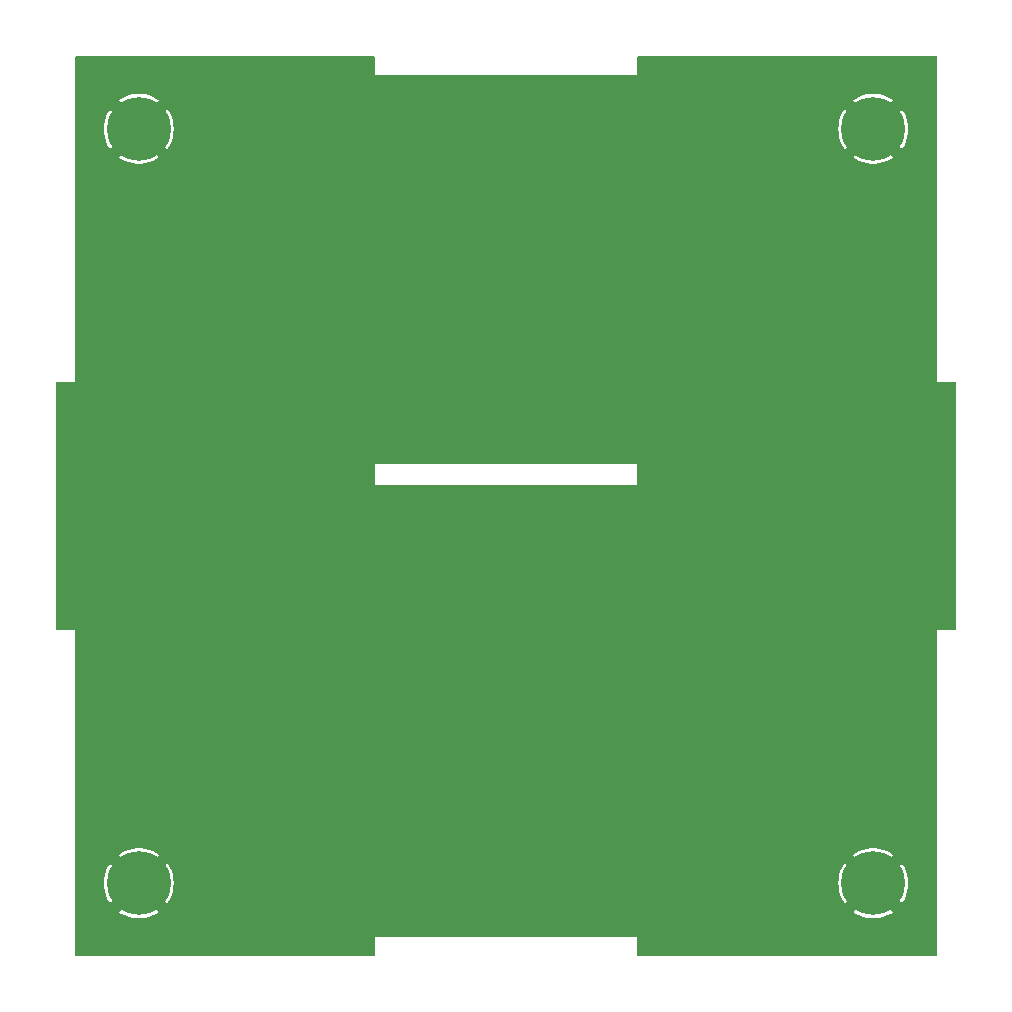
<source format=gbr>
%TF.GenerationSoftware,KiCad,Pcbnew,7.0.5-0*%
%TF.CreationDate,2024-04-21T20:06:43-04:00*%
%TF.ProjectId,swr_meter_left,7377725f-6d65-4746-9572-5f6c6566742e,rev?*%
%TF.SameCoordinates,Original*%
%TF.FileFunction,Copper,L1,Top*%
%TF.FilePolarity,Positive*%
%FSLAX46Y46*%
G04 Gerber Fmt 4.6, Leading zero omitted, Abs format (unit mm)*
G04 Created by KiCad (PCBNEW 7.0.5-0) date 2024-04-21 20:06:43*
%MOMM*%
%LPD*%
G01*
G04 APERTURE LIST*
%TA.AperFunction,ComponentPad*%
%ADD10C,5.400000*%
%TD*%
G04 APERTURE END LIST*
D10*
%TO.P,H13,1,1*%
%TO.N,GND*%
X167595996Y-29969997D03*
%TD*%
%TO.P,H1,1,1*%
%TO.N,GND*%
X105403996Y-29969997D03*
%TD*%
%TO.P,H2,1,1*%
%TO.N,GND*%
X105403996Y-93839997D03*
%TD*%
%TO.P,H14,1,1*%
%TO.N,GND*%
X167595996Y-93839997D03*
%TD*%
%TA.AperFunction,Conductor*%
%TO.N,GND*%
G36*
X125358025Y-23819712D02*
G01*
X125394570Y-23870012D01*
X125399494Y-23901099D01*
X125399494Y-25380078D01*
X125399418Y-25380461D01*
X125399452Y-25400001D01*
X125399529Y-25400185D01*
X125399611Y-25400385D01*
X125399991Y-25400542D01*
X125399993Y-25400541D01*
X125399994Y-25400542D01*
X125399994Y-25400541D01*
X125419964Y-25400528D01*
X125420100Y-25400501D01*
X147579887Y-25400501D01*
X147580022Y-25400528D01*
X147580023Y-25400528D01*
X147599992Y-25400541D01*
X147599993Y-25400542D01*
X147599993Y-25400541D01*
X147599995Y-25400542D01*
X147600375Y-25400385D01*
X147600375Y-25400384D01*
X147600376Y-25400384D01*
X147600493Y-25400100D01*
X147600534Y-25400001D01*
X147600568Y-25380461D01*
X147600493Y-25380078D01*
X147600493Y-23901099D01*
X147619706Y-23841968D01*
X147670006Y-23805423D01*
X147701093Y-23800499D01*
X172898893Y-23800499D01*
X172958024Y-23819712D01*
X172994569Y-23870012D01*
X172999493Y-23901099D01*
X172999493Y-51380078D01*
X172999417Y-51380461D01*
X172999451Y-51400001D01*
X172999528Y-51400185D01*
X172999610Y-51400385D01*
X172999990Y-51400542D01*
X172999992Y-51400541D01*
X172999993Y-51400542D01*
X172999993Y-51400541D01*
X173019963Y-51400528D01*
X173020099Y-51400501D01*
X174536895Y-51400501D01*
X174596026Y-51419714D01*
X174632571Y-51470014D01*
X174637495Y-51501101D01*
X174637495Y-72298901D01*
X174618282Y-72358032D01*
X174567982Y-72394577D01*
X174536895Y-72399501D01*
X173020099Y-72399501D01*
X173019893Y-72399460D01*
X172999990Y-72399460D01*
X172999872Y-72399509D01*
X172999610Y-72399616D01*
X172999609Y-72399617D01*
X172999451Y-72399998D01*
X172999466Y-72419971D01*
X172999493Y-72420107D01*
X172999493Y-99898900D01*
X172980280Y-99958031D01*
X172929980Y-99994576D01*
X172898893Y-99999500D01*
X147701093Y-99999500D01*
X147641962Y-99980287D01*
X147605417Y-99929987D01*
X147600493Y-99898900D01*
X147600493Y-98420107D01*
X147600519Y-98419971D01*
X147600534Y-98399998D01*
X147600376Y-98399617D01*
X147600113Y-98399509D01*
X147599995Y-98399460D01*
X147580093Y-98399460D01*
X147579887Y-98399501D01*
X125420100Y-98399501D01*
X125419894Y-98399460D01*
X125399991Y-98399460D01*
X125399873Y-98399509D01*
X125399611Y-98399616D01*
X125399610Y-98399617D01*
X125399452Y-98399998D01*
X125399467Y-98419971D01*
X125399493Y-98420107D01*
X125399494Y-99898900D01*
X125380281Y-99958031D01*
X125329981Y-99994576D01*
X125298894Y-99999500D01*
X100101100Y-99999500D01*
X100041969Y-99980287D01*
X100005424Y-99929987D01*
X100000500Y-99898900D01*
X100000500Y-93839996D01*
X102444990Y-93839996D01*
X102464997Y-94183511D01*
X102524750Y-94522392D01*
X102623441Y-94852042D01*
X102759730Y-95167992D01*
X102759732Y-95167998D01*
X102931780Y-95465993D01*
X102986319Y-95539251D01*
X104159668Y-94365901D01*
X104230396Y-94517575D01*
X104365886Y-94711075D01*
X104532918Y-94878107D01*
X104726418Y-95013597D01*
X104878089Y-95084323D01*
X103704520Y-96257892D01*
X103704519Y-96257892D01*
X103924496Y-96402573D01*
X104231986Y-96557000D01*
X104232002Y-96557007D01*
X104555335Y-96674691D01*
X104555351Y-96674695D01*
X104890163Y-96754047D01*
X104890172Y-96754049D01*
X105231943Y-96793997D01*
X105576049Y-96793997D01*
X105917819Y-96754049D01*
X105917828Y-96754047D01*
X106252640Y-96674695D01*
X106252656Y-96674691D01*
X106575989Y-96557007D01*
X106576005Y-96557000D01*
X106883495Y-96402573D01*
X107103470Y-96257892D01*
X105929901Y-95084323D01*
X106081574Y-95013597D01*
X106275074Y-94878107D01*
X106442106Y-94711075D01*
X106577596Y-94517576D01*
X106648322Y-94365902D01*
X107821671Y-95539251D01*
X107876207Y-95465999D01*
X108048259Y-95167998D01*
X108048261Y-95167992D01*
X108184550Y-94852042D01*
X108283241Y-94522392D01*
X108342994Y-94183511D01*
X108363001Y-93839997D01*
X164636990Y-93839997D01*
X164656997Y-94183511D01*
X164716750Y-94522392D01*
X164815441Y-94852042D01*
X164951730Y-95167992D01*
X164951732Y-95167998D01*
X165123780Y-95465993D01*
X165178319Y-95539251D01*
X166351669Y-94365901D01*
X166422396Y-94517575D01*
X166557886Y-94711075D01*
X166724918Y-94878107D01*
X166918418Y-95013597D01*
X167070089Y-95084323D01*
X165896520Y-96257892D01*
X165896519Y-96257892D01*
X166116496Y-96402573D01*
X166423986Y-96557000D01*
X166424002Y-96557007D01*
X166747335Y-96674691D01*
X166747351Y-96674695D01*
X167082163Y-96754047D01*
X167082172Y-96754049D01*
X167423943Y-96793997D01*
X167768049Y-96793997D01*
X168109819Y-96754049D01*
X168109828Y-96754047D01*
X168444640Y-96674695D01*
X168444656Y-96674691D01*
X168767989Y-96557007D01*
X168768005Y-96557000D01*
X169075495Y-96402573D01*
X169295470Y-96257892D01*
X168121901Y-95084323D01*
X168273574Y-95013597D01*
X168467074Y-94878107D01*
X168634106Y-94711075D01*
X168769596Y-94517576D01*
X168840322Y-94365902D01*
X170013671Y-95539251D01*
X170068207Y-95465999D01*
X170240259Y-95167998D01*
X170240261Y-95167992D01*
X170376550Y-94852042D01*
X170475241Y-94522392D01*
X170534994Y-94183511D01*
X170555001Y-93839996D01*
X170534994Y-93496482D01*
X170475241Y-93157601D01*
X170376550Y-92827951D01*
X170240261Y-92512001D01*
X170240259Y-92511995D01*
X170068211Y-92214000D01*
X170013671Y-92140741D01*
X168840321Y-93314090D01*
X168769596Y-93162419D01*
X168634106Y-92968919D01*
X168467074Y-92801887D01*
X168273574Y-92666397D01*
X168121900Y-92595669D01*
X169295470Y-91422100D01*
X169295471Y-91422100D01*
X169075495Y-91277420D01*
X168768005Y-91122993D01*
X168767989Y-91122986D01*
X168444656Y-91005302D01*
X168444640Y-91005298D01*
X168109828Y-90925946D01*
X168109819Y-90925944D01*
X167768049Y-90885997D01*
X167423943Y-90885997D01*
X167082172Y-90925944D01*
X167082163Y-90925946D01*
X166747351Y-91005298D01*
X166747335Y-91005302D01*
X166424002Y-91122986D01*
X166423986Y-91122993D01*
X166116494Y-91277421D01*
X166116489Y-91277424D01*
X165896520Y-91422099D01*
X167070090Y-92595670D01*
X166918418Y-92666397D01*
X166724918Y-92801887D01*
X166557886Y-92968919D01*
X166422396Y-93162418D01*
X166351669Y-93314090D01*
X165178319Y-92140741D01*
X165123780Y-92214000D01*
X164951732Y-92511995D01*
X164951730Y-92512001D01*
X164815441Y-92827951D01*
X164716750Y-93157601D01*
X164656997Y-93496482D01*
X164636990Y-93839997D01*
X108363001Y-93839997D01*
X108342994Y-93496482D01*
X108283241Y-93157601D01*
X108184550Y-92827951D01*
X108048261Y-92512001D01*
X108048259Y-92511995D01*
X107876211Y-92214000D01*
X107821671Y-92140741D01*
X106648321Y-93314090D01*
X106577596Y-93162419D01*
X106442106Y-92968919D01*
X106275074Y-92801887D01*
X106081574Y-92666397D01*
X105929900Y-92595669D01*
X107103470Y-91422100D01*
X107103471Y-91422100D01*
X106883495Y-91277420D01*
X106576005Y-91122993D01*
X106575989Y-91122986D01*
X106252656Y-91005302D01*
X106252640Y-91005298D01*
X105917828Y-90925946D01*
X105917819Y-90925944D01*
X105576049Y-90885997D01*
X105231943Y-90885997D01*
X104890172Y-90925944D01*
X104890163Y-90925946D01*
X104555351Y-91005298D01*
X104555335Y-91005302D01*
X104232002Y-91122986D01*
X104231986Y-91122993D01*
X103924494Y-91277421D01*
X103924489Y-91277424D01*
X103704520Y-91422099D01*
X103704520Y-91422100D01*
X104878090Y-92595670D01*
X104726418Y-92666397D01*
X104532918Y-92801887D01*
X104365886Y-92968919D01*
X104230396Y-93162418D01*
X104159669Y-93314091D01*
X102986319Y-92140741D01*
X102931780Y-92214000D01*
X102759732Y-92511995D01*
X102759730Y-92512001D01*
X102623441Y-92827951D01*
X102524750Y-93157601D01*
X102464997Y-93496482D01*
X102444990Y-93839996D01*
X100000500Y-93839996D01*
X100000500Y-72420107D01*
X100000526Y-72419971D01*
X100000541Y-72399998D01*
X100000383Y-72399617D01*
X100000120Y-72399509D01*
X100000002Y-72399460D01*
X99980100Y-72399460D01*
X99979894Y-72399501D01*
X98501094Y-72399501D01*
X98441963Y-72380288D01*
X98405418Y-72329988D01*
X98400494Y-72298901D01*
X98400494Y-60080457D01*
X125399420Y-60080457D01*
X125399454Y-60099997D01*
X125399531Y-60100181D01*
X125399613Y-60100381D01*
X125399993Y-60100538D01*
X125399995Y-60100537D01*
X125399996Y-60100538D01*
X125399996Y-60100537D01*
X125419966Y-60100524D01*
X125420102Y-60100497D01*
X147579890Y-60100497D01*
X147580025Y-60100524D01*
X147580026Y-60100524D01*
X147599995Y-60100537D01*
X147599996Y-60100538D01*
X147599996Y-60100537D01*
X147599998Y-60100538D01*
X147600378Y-60100381D01*
X147600378Y-60100380D01*
X147600379Y-60100380D01*
X147600496Y-60100096D01*
X147600537Y-60099997D01*
X147600571Y-60080457D01*
X147600496Y-60080074D01*
X147600496Y-58340103D01*
X147600522Y-58339967D01*
X147600537Y-58319994D01*
X147600379Y-58319613D01*
X147600116Y-58319505D01*
X147599998Y-58319456D01*
X147580096Y-58319456D01*
X147579890Y-58319497D01*
X125420102Y-58319497D01*
X125419896Y-58319456D01*
X125399993Y-58319456D01*
X125399875Y-58319505D01*
X125399613Y-58319612D01*
X125399612Y-58319613D01*
X125399454Y-58319994D01*
X125399469Y-58339967D01*
X125399496Y-58340103D01*
X125399496Y-60080074D01*
X125399420Y-60080457D01*
X98400494Y-60080457D01*
X98400494Y-51501101D01*
X98419707Y-51441970D01*
X98470007Y-51405425D01*
X98501094Y-51400501D01*
X99979894Y-51400501D01*
X99980029Y-51400528D01*
X99980030Y-51400528D01*
X99999999Y-51400541D01*
X100000000Y-51400542D01*
X100000000Y-51400541D01*
X100000002Y-51400542D01*
X100000382Y-51400385D01*
X100000382Y-51400384D01*
X100000383Y-51400384D01*
X100000500Y-51400100D01*
X100000541Y-51400001D01*
X100000575Y-51380461D01*
X100000500Y-51380078D01*
X100000500Y-29969996D01*
X102444990Y-29969996D01*
X102464997Y-30313511D01*
X102524750Y-30652392D01*
X102623441Y-30982042D01*
X102759730Y-31297992D01*
X102759732Y-31297998D01*
X102931780Y-31595993D01*
X102986319Y-31669251D01*
X104159669Y-30495901D01*
X104230396Y-30647575D01*
X104365886Y-30841075D01*
X104532918Y-31008107D01*
X104726418Y-31143597D01*
X104878089Y-31214323D01*
X103704520Y-32387892D01*
X103704519Y-32387892D01*
X103924496Y-32532573D01*
X104231986Y-32687000D01*
X104232002Y-32687007D01*
X104555335Y-32804691D01*
X104555351Y-32804695D01*
X104890163Y-32884047D01*
X104890172Y-32884049D01*
X105231943Y-32923997D01*
X105576049Y-32923997D01*
X105917819Y-32884049D01*
X105917828Y-32884047D01*
X106252640Y-32804695D01*
X106252656Y-32804691D01*
X106575989Y-32687007D01*
X106576005Y-32687000D01*
X106883495Y-32532573D01*
X107103470Y-32387892D01*
X105929901Y-31214323D01*
X106081574Y-31143597D01*
X106275074Y-31008107D01*
X106442106Y-30841075D01*
X106577596Y-30647576D01*
X106648322Y-30495902D01*
X107821671Y-31669251D01*
X107876207Y-31595999D01*
X108048259Y-31297998D01*
X108048261Y-31297992D01*
X108184550Y-30982042D01*
X108283241Y-30652392D01*
X108342994Y-30313511D01*
X108363001Y-29969997D01*
X164636990Y-29969997D01*
X164656997Y-30313511D01*
X164716750Y-30652392D01*
X164815441Y-30982042D01*
X164951730Y-31297992D01*
X164951732Y-31297998D01*
X165123780Y-31595993D01*
X165178319Y-31669251D01*
X166351668Y-30495901D01*
X166422396Y-30647575D01*
X166557886Y-30841075D01*
X166724918Y-31008107D01*
X166918418Y-31143597D01*
X167070089Y-31214323D01*
X165896520Y-32387892D01*
X165896519Y-32387892D01*
X166116496Y-32532573D01*
X166423986Y-32687000D01*
X166424002Y-32687007D01*
X166747335Y-32804691D01*
X166747351Y-32804695D01*
X167082163Y-32884047D01*
X167082172Y-32884049D01*
X167423943Y-32923997D01*
X167768049Y-32923997D01*
X168109819Y-32884049D01*
X168109828Y-32884047D01*
X168444640Y-32804695D01*
X168444656Y-32804691D01*
X168767989Y-32687007D01*
X168768005Y-32687000D01*
X169075495Y-32532573D01*
X169295470Y-32387892D01*
X168121901Y-31214323D01*
X168273574Y-31143597D01*
X168467074Y-31008107D01*
X168634106Y-30841075D01*
X168769596Y-30647576D01*
X168840322Y-30495902D01*
X170013671Y-31669251D01*
X170068207Y-31595999D01*
X170240259Y-31297998D01*
X170240261Y-31297992D01*
X170376550Y-30982042D01*
X170475241Y-30652392D01*
X170534994Y-30313511D01*
X170555001Y-29969996D01*
X170534994Y-29626482D01*
X170475241Y-29287601D01*
X170376550Y-28957951D01*
X170240261Y-28642001D01*
X170240259Y-28641995D01*
X170068211Y-28344000D01*
X170013671Y-28270741D01*
X168840321Y-29444090D01*
X168769596Y-29292419D01*
X168634106Y-29098919D01*
X168467074Y-28931887D01*
X168273574Y-28796397D01*
X168121900Y-28725669D01*
X169295470Y-27552100D01*
X169295471Y-27552100D01*
X169075495Y-27407420D01*
X168768005Y-27252993D01*
X168767989Y-27252986D01*
X168444656Y-27135302D01*
X168444640Y-27135298D01*
X168109828Y-27055946D01*
X168109819Y-27055944D01*
X167768049Y-27015997D01*
X167423943Y-27015997D01*
X167082172Y-27055944D01*
X167082163Y-27055946D01*
X166747351Y-27135298D01*
X166747335Y-27135302D01*
X166424002Y-27252986D01*
X166423986Y-27252993D01*
X166116494Y-27407421D01*
X166116489Y-27407424D01*
X165896520Y-27552099D01*
X165896520Y-27552100D01*
X167070090Y-28725670D01*
X166918418Y-28796397D01*
X166724918Y-28931887D01*
X166557886Y-29098919D01*
X166422396Y-29292418D01*
X166351669Y-29444091D01*
X165178319Y-28270741D01*
X165123780Y-28344000D01*
X164951732Y-28641995D01*
X164951730Y-28642001D01*
X164815441Y-28957951D01*
X164716750Y-29287601D01*
X164656997Y-29626482D01*
X164636990Y-29969997D01*
X108363001Y-29969997D01*
X108342994Y-29626482D01*
X108283241Y-29287601D01*
X108184550Y-28957951D01*
X108048261Y-28642001D01*
X108048259Y-28641995D01*
X107876211Y-28344000D01*
X107821671Y-28270741D01*
X106648321Y-29444090D01*
X106577596Y-29292419D01*
X106442106Y-29098919D01*
X106275074Y-28931887D01*
X106081574Y-28796397D01*
X105929900Y-28725669D01*
X107103470Y-27552100D01*
X107103471Y-27552100D01*
X106883495Y-27407420D01*
X106576005Y-27252993D01*
X106575989Y-27252986D01*
X106252656Y-27135302D01*
X106252640Y-27135298D01*
X105917828Y-27055946D01*
X105917819Y-27055944D01*
X105576049Y-27015997D01*
X105231943Y-27015997D01*
X104890172Y-27055944D01*
X104890163Y-27055946D01*
X104555351Y-27135298D01*
X104555335Y-27135302D01*
X104232002Y-27252986D01*
X104231986Y-27252993D01*
X103924494Y-27407421D01*
X103924489Y-27407424D01*
X103704520Y-27552099D01*
X103704520Y-27552100D01*
X104878090Y-28725670D01*
X104726418Y-28796397D01*
X104532918Y-28931887D01*
X104365886Y-29098919D01*
X104230396Y-29292418D01*
X104159669Y-29444090D01*
X102986319Y-28270741D01*
X102931780Y-28344000D01*
X102759732Y-28641995D01*
X102759730Y-28642001D01*
X102623441Y-28957951D01*
X102524750Y-29287601D01*
X102464997Y-29626482D01*
X102444990Y-29969996D01*
X100000500Y-29969996D01*
X100000500Y-23901099D01*
X100019713Y-23841968D01*
X100070013Y-23805423D01*
X100101100Y-23800499D01*
X125298894Y-23800499D01*
X125358025Y-23819712D01*
G37*
%TD.AperFunction*%
%TD*%
%TA.AperFunction,Conductor*%
%TO.N,GND*%
G36*
X125358025Y-23819712D02*
G01*
X125394570Y-23870012D01*
X125399494Y-23901099D01*
X125399494Y-25380078D01*
X125399418Y-25380461D01*
X125399452Y-25400001D01*
X125399529Y-25400185D01*
X125399611Y-25400385D01*
X125399991Y-25400542D01*
X125399993Y-25400541D01*
X125399994Y-25400542D01*
X125399994Y-25400541D01*
X125419964Y-25400528D01*
X125420100Y-25400501D01*
X147579887Y-25400501D01*
X147580022Y-25400528D01*
X147580023Y-25400528D01*
X147599992Y-25400541D01*
X147599993Y-25400542D01*
X147599993Y-25400541D01*
X147599995Y-25400542D01*
X147600375Y-25400385D01*
X147600375Y-25400384D01*
X147600376Y-25400384D01*
X147600493Y-25400100D01*
X147600534Y-25400001D01*
X147600568Y-25380461D01*
X147600493Y-25380078D01*
X147600493Y-23901099D01*
X147619706Y-23841968D01*
X147670006Y-23805423D01*
X147701093Y-23800499D01*
X172898893Y-23800499D01*
X172958024Y-23819712D01*
X172994569Y-23870012D01*
X172999493Y-23901099D01*
X172999493Y-51380078D01*
X172999417Y-51380461D01*
X172999451Y-51400001D01*
X172999528Y-51400185D01*
X172999610Y-51400385D01*
X172999990Y-51400542D01*
X172999992Y-51400541D01*
X172999993Y-51400542D01*
X172999993Y-51400541D01*
X173019963Y-51400528D01*
X173020099Y-51400501D01*
X174536895Y-51400501D01*
X174596026Y-51419714D01*
X174632571Y-51470014D01*
X174637495Y-51501101D01*
X174637495Y-72298901D01*
X174618282Y-72358032D01*
X174567982Y-72394577D01*
X174536895Y-72399501D01*
X173020099Y-72399501D01*
X173019893Y-72399460D01*
X172999990Y-72399460D01*
X172999872Y-72399509D01*
X172999610Y-72399616D01*
X172999609Y-72399617D01*
X172999451Y-72399998D01*
X172999466Y-72419971D01*
X172999493Y-72420107D01*
X172999493Y-99898900D01*
X172980280Y-99958031D01*
X172929980Y-99994576D01*
X172898893Y-99999500D01*
X147701093Y-99999500D01*
X147641962Y-99980287D01*
X147605417Y-99929987D01*
X147600493Y-99898900D01*
X147600493Y-98420107D01*
X147600519Y-98419971D01*
X147600534Y-98399998D01*
X147600376Y-98399617D01*
X147600113Y-98399509D01*
X147599995Y-98399460D01*
X147580093Y-98399460D01*
X147579887Y-98399501D01*
X125420100Y-98399501D01*
X125419894Y-98399460D01*
X125399991Y-98399460D01*
X125399873Y-98399509D01*
X125399611Y-98399616D01*
X125399610Y-98399617D01*
X125399452Y-98399998D01*
X125399467Y-98419971D01*
X125399493Y-98420107D01*
X125399494Y-99898900D01*
X125380281Y-99958031D01*
X125329981Y-99994576D01*
X125298894Y-99999500D01*
X100101100Y-99999500D01*
X100041969Y-99980287D01*
X100005424Y-99929987D01*
X100000500Y-99898900D01*
X100000500Y-93839996D01*
X102444990Y-93839996D01*
X102464997Y-94183511D01*
X102524750Y-94522392D01*
X102623441Y-94852042D01*
X102759730Y-95167992D01*
X102759732Y-95167998D01*
X102931780Y-95465993D01*
X102986319Y-95539251D01*
X104159668Y-94365901D01*
X104230396Y-94517575D01*
X104365886Y-94711075D01*
X104532918Y-94878107D01*
X104726418Y-95013597D01*
X104878089Y-95084323D01*
X103704520Y-96257892D01*
X103704519Y-96257892D01*
X103924496Y-96402573D01*
X104231986Y-96557000D01*
X104232002Y-96557007D01*
X104555335Y-96674691D01*
X104555351Y-96674695D01*
X104890163Y-96754047D01*
X104890172Y-96754049D01*
X105231943Y-96793997D01*
X105576049Y-96793997D01*
X105917819Y-96754049D01*
X105917828Y-96754047D01*
X106252640Y-96674695D01*
X106252656Y-96674691D01*
X106575989Y-96557007D01*
X106576005Y-96557000D01*
X106883495Y-96402573D01*
X107103470Y-96257892D01*
X105929901Y-95084323D01*
X106081574Y-95013597D01*
X106275074Y-94878107D01*
X106442106Y-94711075D01*
X106577596Y-94517576D01*
X106648322Y-94365902D01*
X107821671Y-95539251D01*
X107876207Y-95465999D01*
X108048259Y-95167998D01*
X108048261Y-95167992D01*
X108184550Y-94852042D01*
X108283241Y-94522392D01*
X108342994Y-94183511D01*
X108363001Y-93839997D01*
X164636990Y-93839997D01*
X164656997Y-94183511D01*
X164716750Y-94522392D01*
X164815441Y-94852042D01*
X164951730Y-95167992D01*
X164951732Y-95167998D01*
X165123780Y-95465993D01*
X165178319Y-95539251D01*
X166351669Y-94365901D01*
X166422396Y-94517575D01*
X166557886Y-94711075D01*
X166724918Y-94878107D01*
X166918418Y-95013597D01*
X167070089Y-95084323D01*
X165896520Y-96257892D01*
X165896519Y-96257892D01*
X166116496Y-96402573D01*
X166423986Y-96557000D01*
X166424002Y-96557007D01*
X166747335Y-96674691D01*
X166747351Y-96674695D01*
X167082163Y-96754047D01*
X167082172Y-96754049D01*
X167423943Y-96793997D01*
X167768049Y-96793997D01*
X168109819Y-96754049D01*
X168109828Y-96754047D01*
X168444640Y-96674695D01*
X168444656Y-96674691D01*
X168767989Y-96557007D01*
X168768005Y-96557000D01*
X169075495Y-96402573D01*
X169295470Y-96257892D01*
X168121901Y-95084323D01*
X168273574Y-95013597D01*
X168467074Y-94878107D01*
X168634106Y-94711075D01*
X168769596Y-94517576D01*
X168840322Y-94365902D01*
X170013671Y-95539251D01*
X170068207Y-95465999D01*
X170240259Y-95167998D01*
X170240261Y-95167992D01*
X170376550Y-94852042D01*
X170475241Y-94522392D01*
X170534994Y-94183511D01*
X170555001Y-93839996D01*
X170534994Y-93496482D01*
X170475241Y-93157601D01*
X170376550Y-92827951D01*
X170240261Y-92512001D01*
X170240259Y-92511995D01*
X170068211Y-92214000D01*
X170013671Y-92140741D01*
X168840321Y-93314090D01*
X168769596Y-93162419D01*
X168634106Y-92968919D01*
X168467074Y-92801887D01*
X168273574Y-92666397D01*
X168121900Y-92595669D01*
X169295470Y-91422100D01*
X169295471Y-91422100D01*
X169075495Y-91277420D01*
X168768005Y-91122993D01*
X168767989Y-91122986D01*
X168444656Y-91005302D01*
X168444640Y-91005298D01*
X168109828Y-90925946D01*
X168109819Y-90925944D01*
X167768049Y-90885997D01*
X167423943Y-90885997D01*
X167082172Y-90925944D01*
X167082163Y-90925946D01*
X166747351Y-91005298D01*
X166747335Y-91005302D01*
X166424002Y-91122986D01*
X166423986Y-91122993D01*
X166116494Y-91277421D01*
X166116489Y-91277424D01*
X165896520Y-91422099D01*
X167070090Y-92595670D01*
X166918418Y-92666397D01*
X166724918Y-92801887D01*
X166557886Y-92968919D01*
X166422396Y-93162418D01*
X166351669Y-93314090D01*
X165178319Y-92140741D01*
X165123780Y-92214000D01*
X164951732Y-92511995D01*
X164951730Y-92512001D01*
X164815441Y-92827951D01*
X164716750Y-93157601D01*
X164656997Y-93496482D01*
X164636990Y-93839997D01*
X108363001Y-93839997D01*
X108342994Y-93496482D01*
X108283241Y-93157601D01*
X108184550Y-92827951D01*
X108048261Y-92512001D01*
X108048259Y-92511995D01*
X107876211Y-92214000D01*
X107821671Y-92140741D01*
X106648321Y-93314090D01*
X106577596Y-93162419D01*
X106442106Y-92968919D01*
X106275074Y-92801887D01*
X106081574Y-92666397D01*
X105929900Y-92595669D01*
X107103470Y-91422100D01*
X107103471Y-91422100D01*
X106883495Y-91277420D01*
X106576005Y-91122993D01*
X106575989Y-91122986D01*
X106252656Y-91005302D01*
X106252640Y-91005298D01*
X105917828Y-90925946D01*
X105917819Y-90925944D01*
X105576049Y-90885997D01*
X105231943Y-90885997D01*
X104890172Y-90925944D01*
X104890163Y-90925946D01*
X104555351Y-91005298D01*
X104555335Y-91005302D01*
X104232002Y-91122986D01*
X104231986Y-91122993D01*
X103924494Y-91277421D01*
X103924489Y-91277424D01*
X103704520Y-91422099D01*
X103704520Y-91422100D01*
X104878090Y-92595670D01*
X104726418Y-92666397D01*
X104532918Y-92801887D01*
X104365886Y-92968919D01*
X104230396Y-93162418D01*
X104159669Y-93314091D01*
X102986319Y-92140741D01*
X102931780Y-92214000D01*
X102759732Y-92511995D01*
X102759730Y-92512001D01*
X102623441Y-92827951D01*
X102524750Y-93157601D01*
X102464997Y-93496482D01*
X102444990Y-93839996D01*
X100000500Y-93839996D01*
X100000500Y-72420107D01*
X100000526Y-72419971D01*
X100000541Y-72399998D01*
X100000383Y-72399617D01*
X100000120Y-72399509D01*
X100000002Y-72399460D01*
X99980100Y-72399460D01*
X99979894Y-72399501D01*
X98501094Y-72399501D01*
X98441963Y-72380288D01*
X98405418Y-72329988D01*
X98400494Y-72298901D01*
X98400494Y-60080457D01*
X125399420Y-60080457D01*
X125399454Y-60099997D01*
X125399531Y-60100181D01*
X125399613Y-60100381D01*
X125399993Y-60100538D01*
X125399995Y-60100537D01*
X125399996Y-60100538D01*
X125399996Y-60100537D01*
X125419966Y-60100524D01*
X125420102Y-60100497D01*
X147579890Y-60100497D01*
X147580025Y-60100524D01*
X147580026Y-60100524D01*
X147599995Y-60100537D01*
X147599996Y-60100538D01*
X147599996Y-60100537D01*
X147599998Y-60100538D01*
X147600378Y-60100381D01*
X147600378Y-60100380D01*
X147600379Y-60100380D01*
X147600496Y-60100096D01*
X147600537Y-60099997D01*
X147600571Y-60080457D01*
X147600496Y-60080074D01*
X147600496Y-58340103D01*
X147600522Y-58339967D01*
X147600537Y-58319994D01*
X147600379Y-58319613D01*
X147600116Y-58319505D01*
X147599998Y-58319456D01*
X147580096Y-58319456D01*
X147579890Y-58319497D01*
X125420102Y-58319497D01*
X125419896Y-58319456D01*
X125399993Y-58319456D01*
X125399875Y-58319505D01*
X125399613Y-58319612D01*
X125399612Y-58319613D01*
X125399454Y-58319994D01*
X125399469Y-58339967D01*
X125399496Y-58340103D01*
X125399496Y-60080074D01*
X125399420Y-60080457D01*
X98400494Y-60080457D01*
X98400494Y-51501101D01*
X98419707Y-51441970D01*
X98470007Y-51405425D01*
X98501094Y-51400501D01*
X99979894Y-51400501D01*
X99980029Y-51400528D01*
X99980030Y-51400528D01*
X99999999Y-51400541D01*
X100000000Y-51400542D01*
X100000000Y-51400541D01*
X100000002Y-51400542D01*
X100000382Y-51400385D01*
X100000382Y-51400384D01*
X100000383Y-51400384D01*
X100000500Y-51400100D01*
X100000541Y-51400001D01*
X100000575Y-51380461D01*
X100000500Y-51380078D01*
X100000500Y-29969996D01*
X102444990Y-29969996D01*
X102464997Y-30313511D01*
X102524750Y-30652392D01*
X102623441Y-30982042D01*
X102759730Y-31297992D01*
X102759732Y-31297998D01*
X102931780Y-31595993D01*
X102986319Y-31669251D01*
X104159669Y-30495901D01*
X104230396Y-30647575D01*
X104365886Y-30841075D01*
X104532918Y-31008107D01*
X104726418Y-31143597D01*
X104878089Y-31214323D01*
X103704520Y-32387892D01*
X103704519Y-32387892D01*
X103924496Y-32532573D01*
X104231986Y-32687000D01*
X104232002Y-32687007D01*
X104555335Y-32804691D01*
X104555351Y-32804695D01*
X104890163Y-32884047D01*
X104890172Y-32884049D01*
X105231943Y-32923997D01*
X105576049Y-32923997D01*
X105917819Y-32884049D01*
X105917828Y-32884047D01*
X106252640Y-32804695D01*
X106252656Y-32804691D01*
X106575989Y-32687007D01*
X106576005Y-32687000D01*
X106883495Y-32532573D01*
X107103470Y-32387892D01*
X105929901Y-31214323D01*
X106081574Y-31143597D01*
X106275074Y-31008107D01*
X106442106Y-30841075D01*
X106577596Y-30647576D01*
X106648322Y-30495902D01*
X107821671Y-31669251D01*
X107876207Y-31595999D01*
X108048259Y-31297998D01*
X108048261Y-31297992D01*
X108184550Y-30982042D01*
X108283241Y-30652392D01*
X108342994Y-30313511D01*
X108363001Y-29969997D01*
X164636990Y-29969997D01*
X164656997Y-30313511D01*
X164716750Y-30652392D01*
X164815441Y-30982042D01*
X164951730Y-31297992D01*
X164951732Y-31297998D01*
X165123780Y-31595993D01*
X165178319Y-31669251D01*
X166351668Y-30495901D01*
X166422396Y-30647575D01*
X166557886Y-30841075D01*
X166724918Y-31008107D01*
X166918418Y-31143597D01*
X167070089Y-31214323D01*
X165896520Y-32387892D01*
X165896519Y-32387892D01*
X166116496Y-32532573D01*
X166423986Y-32687000D01*
X166424002Y-32687007D01*
X166747335Y-32804691D01*
X166747351Y-32804695D01*
X167082163Y-32884047D01*
X167082172Y-32884049D01*
X167423943Y-32923997D01*
X167768049Y-32923997D01*
X168109819Y-32884049D01*
X168109828Y-32884047D01*
X168444640Y-32804695D01*
X168444656Y-32804691D01*
X168767989Y-32687007D01*
X168768005Y-32687000D01*
X169075495Y-32532573D01*
X169295470Y-32387892D01*
X168121901Y-31214323D01*
X168273574Y-31143597D01*
X168467074Y-31008107D01*
X168634106Y-30841075D01*
X168769596Y-30647576D01*
X168840322Y-30495902D01*
X170013671Y-31669251D01*
X170068207Y-31595999D01*
X170240259Y-31297998D01*
X170240261Y-31297992D01*
X170376550Y-30982042D01*
X170475241Y-30652392D01*
X170534994Y-30313511D01*
X170555001Y-29969996D01*
X170534994Y-29626482D01*
X170475241Y-29287601D01*
X170376550Y-28957951D01*
X170240261Y-28642001D01*
X170240259Y-28641995D01*
X170068211Y-28344000D01*
X170013671Y-28270741D01*
X168840321Y-29444090D01*
X168769596Y-29292419D01*
X168634106Y-29098919D01*
X168467074Y-28931887D01*
X168273574Y-28796397D01*
X168121900Y-28725669D01*
X169295470Y-27552100D01*
X169295471Y-27552100D01*
X169075495Y-27407420D01*
X168768005Y-27252993D01*
X168767989Y-27252986D01*
X168444656Y-27135302D01*
X168444640Y-27135298D01*
X168109828Y-27055946D01*
X168109819Y-27055944D01*
X167768049Y-27015997D01*
X167423943Y-27015997D01*
X167082172Y-27055944D01*
X167082163Y-27055946D01*
X166747351Y-27135298D01*
X166747335Y-27135302D01*
X166424002Y-27252986D01*
X166423986Y-27252993D01*
X166116494Y-27407421D01*
X166116489Y-27407424D01*
X165896520Y-27552099D01*
X165896520Y-27552100D01*
X167070090Y-28725670D01*
X166918418Y-28796397D01*
X166724918Y-28931887D01*
X166557886Y-29098919D01*
X166422396Y-29292418D01*
X166351669Y-29444091D01*
X165178319Y-28270741D01*
X165123780Y-28344000D01*
X164951732Y-28641995D01*
X164951730Y-28642001D01*
X164815441Y-28957951D01*
X164716750Y-29287601D01*
X164656997Y-29626482D01*
X164636990Y-29969997D01*
X108363001Y-29969997D01*
X108342994Y-29626482D01*
X108283241Y-29287601D01*
X108184550Y-28957951D01*
X108048261Y-28642001D01*
X108048259Y-28641995D01*
X107876211Y-28344000D01*
X107821671Y-28270741D01*
X106648321Y-29444090D01*
X106577596Y-29292419D01*
X106442106Y-29098919D01*
X106275074Y-28931887D01*
X106081574Y-28796397D01*
X105929900Y-28725669D01*
X107103470Y-27552100D01*
X107103471Y-27552100D01*
X106883495Y-27407420D01*
X106576005Y-27252993D01*
X106575989Y-27252986D01*
X106252656Y-27135302D01*
X106252640Y-27135298D01*
X105917828Y-27055946D01*
X105917819Y-27055944D01*
X105576049Y-27015997D01*
X105231943Y-27015997D01*
X104890172Y-27055944D01*
X104890163Y-27055946D01*
X104555351Y-27135298D01*
X104555335Y-27135302D01*
X104232002Y-27252986D01*
X104231986Y-27252993D01*
X103924494Y-27407421D01*
X103924489Y-27407424D01*
X103704520Y-27552099D01*
X103704520Y-27552100D01*
X104878090Y-28725670D01*
X104726418Y-28796397D01*
X104532918Y-28931887D01*
X104365886Y-29098919D01*
X104230396Y-29292418D01*
X104159669Y-29444090D01*
X102986319Y-28270741D01*
X102931780Y-28344000D01*
X102759732Y-28641995D01*
X102759730Y-28642001D01*
X102623441Y-28957951D01*
X102524750Y-29287601D01*
X102464997Y-29626482D01*
X102444990Y-29969996D01*
X100000500Y-29969996D01*
X100000500Y-23901099D01*
X100019713Y-23841968D01*
X100070013Y-23805423D01*
X100101100Y-23800499D01*
X125298894Y-23800499D01*
X125358025Y-23819712D01*
G37*
%TD.AperFunction*%
%TD*%
M02*

</source>
